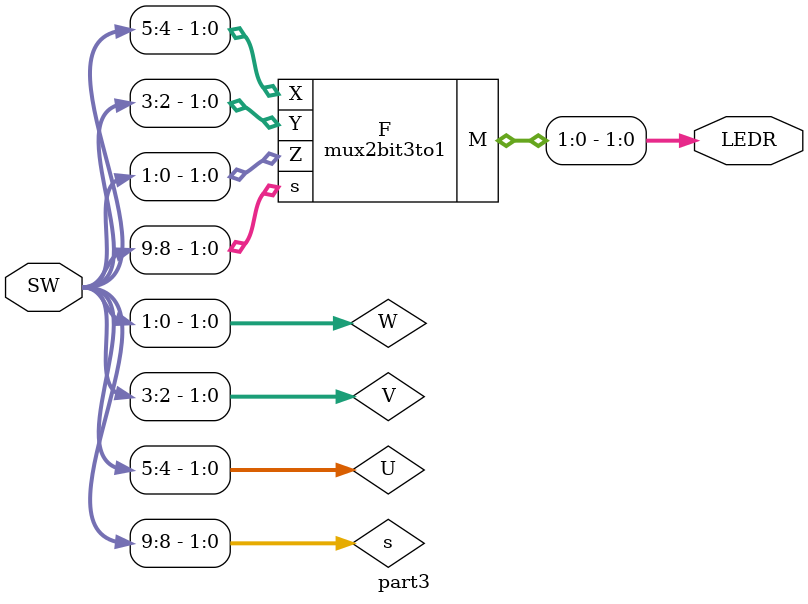
<source format=v>
module mux2bit2to1 (X, Y, s, M);
    input [1:0] X, Y;
    input s;
    output [1:0] M;

    assign M[1] = (!s & X[1]) + (s & Y[1]);
    assign M[0] = (!s & X[0]) + (s & Y[0]);
endmodule

module mux2bit3to1 (X, Y, Z, s, M);
    input [1:0] X, Y, Z;
    input [1:0] s;
    output [1:0] M;

    wire [1:0] M1;

    mux2bit2to1 U (X, Y, s[1], M1);
    mux2bit2to1 U1 (M1, Z, s[0], M);
endmodule

module part3(SW, LEDR);
    input [9:0] SW;
    output [9:0] LEDR;

    wire [1:0] s, U, V, W;

    assign s = SW[9:8];
    assign U = SW[5:4];
    assign V = SW[3:2];
    assign W = SW[1:0];

    mux2bit3to1 F (U, V, W, s, LEDR[1:0]);
endmodule

</source>
